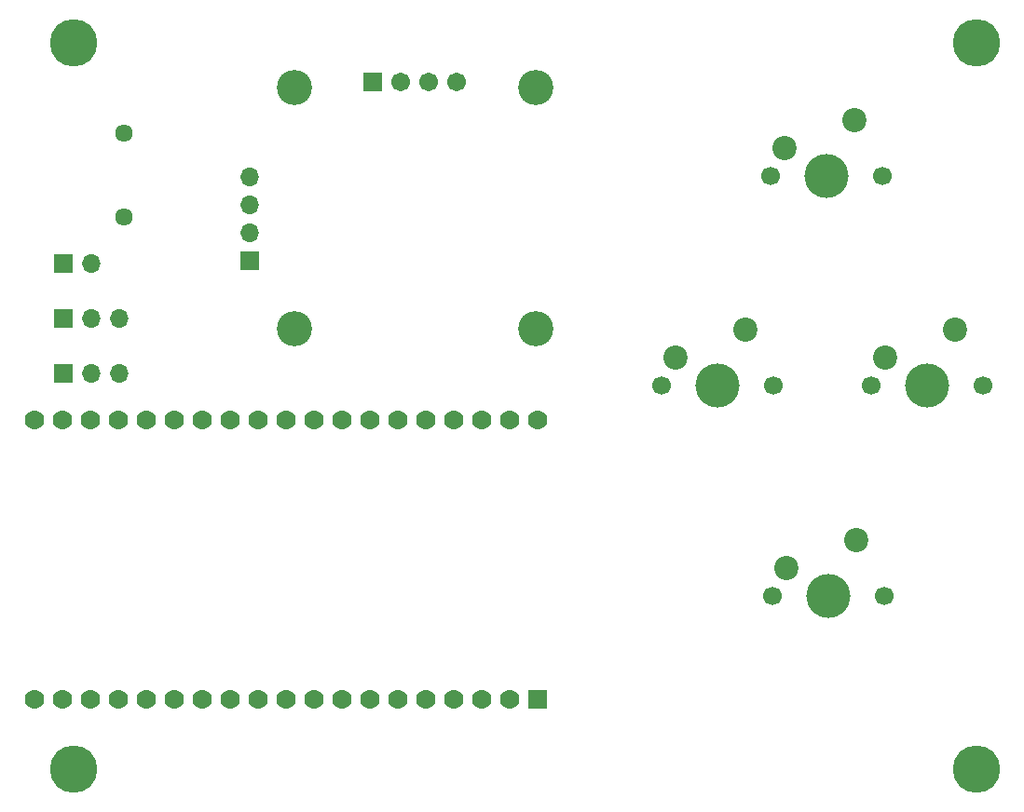
<source format=gbr>
%TF.GenerationSoftware,KiCad,Pcbnew,8.0.8*%
%TF.CreationDate,2025-07-06T22:48:51+02:00*%
%TF.ProjectId,custom locker,63757374-6f6d-4206-9c6f-636b65722e6b,rev?*%
%TF.SameCoordinates,Original*%
%TF.FileFunction,Soldermask,Top*%
%TF.FilePolarity,Negative*%
%FSLAX46Y46*%
G04 Gerber Fmt 4.6, Leading zero omitted, Abs format (unit mm)*
G04 Created by KiCad (PCBNEW 8.0.8) date 2025-07-06 22:48:51*
%MOMM*%
%LPD*%
G01*
G04 APERTURE LIST*
G04 Aperture macros list*
%AMRoundRect*
0 Rectangle with rounded corners*
0 $1 Rounding radius*
0 $2 $3 $4 $5 $6 $7 $8 $9 X,Y pos of 4 corners*
0 Add a 4 corners polygon primitive as box body*
4,1,4,$2,$3,$4,$5,$6,$7,$8,$9,$2,$3,0*
0 Add four circle primitives for the rounded corners*
1,1,$1+$1,$2,$3*
1,1,$1+$1,$4,$5*
1,1,$1+$1,$6,$7*
1,1,$1+$1,$8,$9*
0 Add four rect primitives between the rounded corners*
20,1,$1+$1,$2,$3,$4,$5,0*
20,1,$1+$1,$4,$5,$6,$7,0*
20,1,$1+$1,$6,$7,$8,$9,0*
20,1,$1+$1,$8,$9,$2,$3,0*%
G04 Aperture macros list end*
%ADD10C,1.700000*%
%ADD11C,4.000000*%
%ADD12C,2.200000*%
%ADD13C,4.300000*%
%ADD14RoundRect,0.102000X-0.754000X-0.754000X0.754000X-0.754000X0.754000X0.754000X-0.754000X0.754000X0*%
%ADD15C,1.712000*%
%ADD16C,3.204000*%
%ADD17R,1.700000X1.700000*%
%ADD18O,1.700000X1.700000*%
%ADD19C,1.612000*%
%ADD20RoundRect,0.102000X0.780000X-0.780000X0.780000X0.780000X-0.780000X0.780000X-0.780000X-0.780000X0*%
%ADD21C,1.764000*%
G04 APERTURE END LIST*
D10*
%TO.C,DOWN1*%
X80486300Y-67230000D03*
D11*
X85566300Y-67230000D03*
D10*
X90646300Y-67230000D03*
D12*
X88106300Y-62150000D03*
X81756300Y-64690000D03*
%TD*%
D13*
%TO.C,H2*%
X99000000Y-17000000D03*
%TD*%
D10*
%TO.C,UP1*%
X80327500Y-29080000D03*
D11*
X85407500Y-29080000D03*
D10*
X90487500Y-29080000D03*
D12*
X87947500Y-24000000D03*
X81597500Y-26540000D03*
%TD*%
D14*
%TO.C,U2*%
X44190000Y-20500000D03*
D15*
X46730000Y-20500000D03*
X49270000Y-20500000D03*
X51810000Y-20500000D03*
D16*
X37000000Y-21000000D03*
X59000000Y-21000000D03*
X59000000Y-43000000D03*
X37000000Y-43000000D03*
%TD*%
D13*
%TO.C,H4*%
X99000000Y-83000000D03*
%TD*%
D10*
%TO.C,SELECT1*%
X70380000Y-48130000D03*
D11*
X75460000Y-48130000D03*
D10*
X80540000Y-48130000D03*
D12*
X78000000Y-43050000D03*
X71650000Y-45590000D03*
%TD*%
D10*
%TO.C,CANCEL1*%
X89430000Y-48130000D03*
D11*
X94510000Y-48130000D03*
D10*
X99590000Y-48130000D03*
D12*
X97050000Y-43050000D03*
X90700000Y-45590000D03*
%TD*%
D13*
%TO.C,H1*%
X17000000Y-17000000D03*
%TD*%
%TO.C,H3*%
X17000000Y-83000000D03*
%TD*%
D17*
%TO.C,J2*%
X16000000Y-37000000D03*
D18*
X18540000Y-37000000D03*
%TD*%
D17*
%TO.C,J3*%
X33000000Y-36800000D03*
D18*
X33000000Y-34260000D03*
X33000000Y-31720000D03*
X33000000Y-29180000D03*
%TD*%
D19*
%TO.C,LS1*%
X21500000Y-25200000D03*
X21500000Y-32800000D03*
%TD*%
D17*
%TO.C,J4*%
X16000000Y-47000000D03*
D18*
X18540000Y-47000000D03*
X21080000Y-47000000D03*
%TD*%
D20*
%TO.C,U1*%
X59100000Y-76700000D03*
D21*
X56560000Y-76700000D03*
X54020000Y-76700000D03*
X51480000Y-76700000D03*
X48940000Y-76700000D03*
X46400000Y-76700000D03*
X43860000Y-76700000D03*
X41320000Y-76700000D03*
X38780000Y-76700000D03*
X36240000Y-76700000D03*
X33700000Y-76700000D03*
X31160000Y-76700000D03*
X28620000Y-76700000D03*
X26080000Y-76700000D03*
X23540000Y-76700000D03*
X21000000Y-76700000D03*
X18460000Y-76700000D03*
X15920000Y-76700000D03*
X13380000Y-76700000D03*
X59100000Y-51300000D03*
X56560000Y-51300000D03*
X54020000Y-51300000D03*
X51480000Y-51300000D03*
X48940000Y-51300000D03*
X46400000Y-51300000D03*
X43860000Y-51300000D03*
X41320000Y-51300000D03*
X38780000Y-51300000D03*
X36240000Y-51300000D03*
X33700000Y-51300000D03*
X31160000Y-51300000D03*
X28620000Y-51300000D03*
X26080000Y-51300000D03*
X23540000Y-51300000D03*
X21000000Y-51300000D03*
X18460000Y-51300000D03*
X15920000Y-51300000D03*
X13380000Y-51300000D03*
%TD*%
D17*
%TO.C,J1*%
X16000000Y-42000000D03*
D18*
X18540000Y-42000000D03*
X21080000Y-42000000D03*
%TD*%
M02*

</source>
